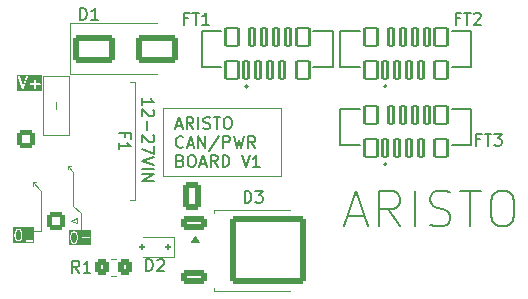
<source format=gto>
G04 #@! TF.GenerationSoftware,KiCad,Pcbnew,8.0.9-8.0.9-0~ubuntu20.04.1*
G04 #@! TF.CreationDate,2025-08-07T15:34:15-05:00*
G04 #@! TF.ProjectId,PLATO_JUNCTION_BOARD,504c4154-4f5f-44a5-954e-4354494f4e5f,rev?*
G04 #@! TF.SameCoordinates,Original*
G04 #@! TF.FileFunction,Legend,Top*
G04 #@! TF.FilePolarity,Positive*
%FSLAX46Y46*%
G04 Gerber Fmt 4.6, Leading zero omitted, Abs format (unit mm)*
G04 Created by KiCad (PCBNEW 8.0.9-8.0.9-0~ubuntu20.04.1) date 2025-08-07 15:34:15*
%MOMM*%
%LPD*%
G01*
G04 APERTURE LIST*
G04 Aperture macros list*
%AMRoundRect*
0 Rectangle with rounded corners*
0 $1 Rounding radius*
0 $2 $3 $4 $5 $6 $7 $8 $9 X,Y pos of 4 corners*
0 Add a 4 corners polygon primitive as box body*
4,1,4,$2,$3,$4,$5,$6,$7,$8,$9,$2,$3,0*
0 Add four circle primitives for the rounded corners*
1,1,$1+$1,$2,$3*
1,1,$1+$1,$4,$5*
1,1,$1+$1,$6,$7*
1,1,$1+$1,$8,$9*
0 Add four rect primitives between the rounded corners*
20,1,$1+$1,$2,$3,$4,$5,0*
20,1,$1+$1,$4,$5,$6,$7,0*
20,1,$1+$1,$6,$7,$8,$9,0*
20,1,$1+$1,$8,$9,$2,$3,0*%
G04 Aperture macros list end*
%ADD10C,0.100000*%
%ADD11C,0.150000*%
%ADD12C,0.200000*%
%ADD13C,0.120000*%
%ADD14C,0.127000*%
%ADD15RoundRect,0.250000X-0.550000X0.550000X-0.550000X-0.550000X0.550000X-0.550000X0.550000X0.550000X0*%
%ADD16C,1.600000*%
%ADD17R,3.810000X4.240000*%
%ADD18RoundRect,0.249997X-2.950003X-2.650003X2.950003X-2.650003X2.950003X2.650003X-2.950003X2.650003X0*%
%ADD19RoundRect,0.250000X-0.850000X-0.350000X0.850000X-0.350000X0.850000X0.350000X-0.850000X0.350000X0*%
%ADD20RoundRect,0.250000X0.350000X0.450000X-0.350000X0.450000X-0.350000X-0.450000X0.350000X-0.450000X0*%
%ADD21RoundRect,0.125000X0.125000X0.125000X-0.125000X0.125000X-0.125000X-0.125000X0.125000X-0.125000X0*%
%ADD22RoundRect,0.102000X0.200000X0.750000X-0.200000X0.750000X-0.200000X-0.750000X0.200000X-0.750000X0*%
%ADD23RoundRect,0.102000X0.550000X0.750000X-0.550000X0.750000X-0.550000X-0.750000X0.550000X-0.750000X0*%
%ADD24RoundRect,0.250000X-1.500000X-0.900000X1.500000X-0.900000X1.500000X0.900000X-1.500000X0.900000X0*%
%ADD25O,1.500000X2.300000*%
%ADD26RoundRect,0.250000X0.500000X0.900000X-0.500000X0.900000X-0.500000X-0.900000X0.500000X-0.900000X0*%
G04 APERTURE END LIST*
D10*
X105600000Y-115800000D02*
X105600000Y-112900000D01*
X102990000Y-104810000D02*
X105190000Y-104810000D01*
X105190000Y-109780000D01*
X102990000Y-109780000D01*
X102990000Y-104810000D01*
X102150000Y-113790000D02*
X102150000Y-114095193D01*
X102860000Y-117900000D02*
X102860000Y-114500000D01*
X102860000Y-114500000D02*
X102150000Y-113790000D01*
X104130000Y-106970000D02*
X104130000Y-107620000D01*
X102150000Y-113790000D02*
X102455193Y-113790000D01*
X102860000Y-117900000D02*
X102200000Y-117900000D01*
X105100000Y-112400000D02*
X105100000Y-112700000D01*
X105100000Y-112400000D02*
X105400000Y-112400000D01*
X105600000Y-112900000D02*
X105100000Y-112400000D01*
X106200000Y-117900000D02*
X106200000Y-116400000D01*
X106200000Y-116400000D02*
X105600000Y-115800000D01*
G36*
X105755218Y-118061130D02*
G01*
X105791362Y-118097275D01*
X105832898Y-118180347D01*
X105877693Y-118359526D01*
X105877693Y-118585311D01*
X105832898Y-118764489D01*
X105791362Y-118847561D01*
X105755216Y-118883708D01*
X105677795Y-118922419D01*
X105606164Y-118922419D01*
X105528741Y-118883708D01*
X105492595Y-118847561D01*
X105451060Y-118764491D01*
X105406265Y-118585311D01*
X105406265Y-118359526D01*
X105451060Y-118180346D01*
X105492595Y-118097274D01*
X105528740Y-118061130D01*
X105606164Y-118022419D01*
X105677795Y-118022419D01*
X105755218Y-118061130D01*
G37*
G36*
X107088804Y-119133530D02*
G01*
X105195154Y-119133530D01*
X105195154Y-118353371D01*
X105306265Y-118353371D01*
X105306265Y-118591466D01*
X105307460Y-118597475D01*
X105307758Y-118603593D01*
X105355377Y-118794069D01*
X105357716Y-118799021D01*
X105359163Y-118804303D01*
X105406781Y-118899540D01*
X105411692Y-118905868D01*
X105416147Y-118912535D01*
X105463766Y-118960155D01*
X105470432Y-118964609D01*
X105476761Y-118969521D01*
X105571999Y-119017140D01*
X105574414Y-119017801D01*
X105575226Y-119018613D01*
X105583087Y-119020176D01*
X105590815Y-119022293D01*
X105591903Y-119021930D01*
X105594360Y-119022419D01*
X105689598Y-119022419D01*
X105692054Y-119021930D01*
X105693143Y-119022293D01*
X105700870Y-119020176D01*
X105708732Y-119018613D01*
X105709543Y-119017801D01*
X105711959Y-119017140D01*
X105807196Y-118969522D01*
X105813523Y-118964611D01*
X105820192Y-118960155D01*
X105867811Y-118912535D01*
X105872264Y-118905869D01*
X105877176Y-118899541D01*
X105924795Y-118804303D01*
X105926241Y-118799021D01*
X105928581Y-118794069D01*
X105976200Y-118603593D01*
X105976497Y-118597475D01*
X105977693Y-118591466D01*
X105977693Y-118353371D01*
X105976497Y-118347361D01*
X105976200Y-118341244D01*
X105928581Y-118150768D01*
X105926241Y-118145815D01*
X105924795Y-118140534D01*
X105877176Y-118045296D01*
X105872264Y-118038967D01*
X105867810Y-118032301D01*
X105820191Y-117984683D01*
X105813529Y-117980231D01*
X105807196Y-117975316D01*
X105801402Y-117972419D01*
X106306265Y-117972419D01*
X106306265Y-118972419D01*
X106310071Y-118991553D01*
X106337131Y-119018613D01*
X106375399Y-119018613D01*
X106402459Y-118991553D01*
X106406265Y-118972419D01*
X106406265Y-118498609D01*
X106877693Y-118498609D01*
X106877693Y-118972419D01*
X106881499Y-118991553D01*
X106908559Y-119018613D01*
X106946827Y-119018613D01*
X106973887Y-118991553D01*
X106977693Y-118972419D01*
X106977693Y-117972419D01*
X106973887Y-117953285D01*
X106946827Y-117926225D01*
X106908559Y-117926225D01*
X106881499Y-117953285D01*
X106877693Y-117972419D01*
X106877693Y-118398609D01*
X106406265Y-118398609D01*
X106406265Y-117972419D01*
X106402459Y-117953285D01*
X106375399Y-117926225D01*
X106337131Y-117926225D01*
X106310071Y-117953285D01*
X106306265Y-117972419D01*
X105801402Y-117972419D01*
X105711959Y-117927698D01*
X105709543Y-117927036D01*
X105708732Y-117926225D01*
X105700870Y-117924661D01*
X105693143Y-117922545D01*
X105692054Y-117922907D01*
X105689598Y-117922419D01*
X105594360Y-117922419D01*
X105591903Y-117922907D01*
X105590815Y-117922545D01*
X105583087Y-117924661D01*
X105575226Y-117926225D01*
X105574414Y-117927036D01*
X105571999Y-117927698D01*
X105476761Y-117975317D01*
X105470432Y-117980228D01*
X105463766Y-117984683D01*
X105416148Y-118032302D01*
X105411696Y-118038963D01*
X105406781Y-118045297D01*
X105359163Y-118140534D01*
X105357716Y-118145815D01*
X105355377Y-118150768D01*
X105307758Y-118341244D01*
X105307460Y-118347361D01*
X105306265Y-118353371D01*
X105195154Y-118353371D01*
X105195154Y-117811308D01*
X107088804Y-117811308D01*
X107088804Y-119133530D01*
G37*
G36*
X101055218Y-117861130D02*
G01*
X101091362Y-117897275D01*
X101132898Y-117980347D01*
X101177693Y-118159526D01*
X101177693Y-118385311D01*
X101132898Y-118564489D01*
X101091362Y-118647561D01*
X101055216Y-118683708D01*
X100977795Y-118722419D01*
X100906164Y-118722419D01*
X100828741Y-118683708D01*
X100792595Y-118647561D01*
X100751060Y-118564491D01*
X100706265Y-118385311D01*
X100706265Y-118159526D01*
X100751060Y-117980346D01*
X100792595Y-117897274D01*
X100828740Y-117861130D01*
X100906164Y-117822419D01*
X100977795Y-117822419D01*
X101055218Y-117861130D01*
G37*
G36*
X102289760Y-118933530D02*
G01*
X100495154Y-118933530D01*
X100495154Y-118153371D01*
X100606265Y-118153371D01*
X100606265Y-118391466D01*
X100607460Y-118397475D01*
X100607758Y-118403593D01*
X100655377Y-118594069D01*
X100657716Y-118599021D01*
X100659163Y-118604303D01*
X100706781Y-118699540D01*
X100711692Y-118705868D01*
X100716147Y-118712535D01*
X100763766Y-118760155D01*
X100770432Y-118764609D01*
X100776761Y-118769521D01*
X100871999Y-118817140D01*
X100874414Y-118817801D01*
X100875226Y-118818613D01*
X100883087Y-118820176D01*
X100890815Y-118822293D01*
X100891903Y-118821930D01*
X100894360Y-118822419D01*
X100989598Y-118822419D01*
X100992054Y-118821930D01*
X100993143Y-118822293D01*
X101000870Y-118820176D01*
X101008732Y-118818613D01*
X101009543Y-118817801D01*
X101011959Y-118817140D01*
X101107196Y-118769522D01*
X101113523Y-118764611D01*
X101120192Y-118760155D01*
X101167811Y-118712535D01*
X101172264Y-118705869D01*
X101177176Y-118699541D01*
X101224795Y-118604303D01*
X101226241Y-118599021D01*
X101228581Y-118594069D01*
X101276200Y-118403593D01*
X101276497Y-118397475D01*
X101277693Y-118391466D01*
X101277693Y-118153371D01*
X101276497Y-118147361D01*
X101276200Y-118141244D01*
X101228581Y-117950768D01*
X101226241Y-117945815D01*
X101224795Y-117940534D01*
X101177176Y-117845296D01*
X101172264Y-117838967D01*
X101167810Y-117832301D01*
X101120191Y-117784683D01*
X101113529Y-117780231D01*
X101107196Y-117775316D01*
X101101402Y-117772419D01*
X101606265Y-117772419D01*
X101606265Y-118772419D01*
X101610071Y-118791553D01*
X101637131Y-118818613D01*
X101656265Y-118822419D01*
X102132455Y-118822419D01*
X102151589Y-118818613D01*
X102178649Y-118791553D01*
X102178649Y-118753285D01*
X102151589Y-118726225D01*
X102132455Y-118722419D01*
X101706265Y-118722419D01*
X101706265Y-117772419D01*
X101702459Y-117753285D01*
X101675399Y-117726225D01*
X101637131Y-117726225D01*
X101610071Y-117753285D01*
X101606265Y-117772419D01*
X101101402Y-117772419D01*
X101011959Y-117727698D01*
X101009543Y-117727036D01*
X101008732Y-117726225D01*
X101000870Y-117724661D01*
X100993143Y-117722545D01*
X100992054Y-117722907D01*
X100989598Y-117722419D01*
X100894360Y-117722419D01*
X100891903Y-117722907D01*
X100890815Y-117722545D01*
X100883087Y-117724661D01*
X100875226Y-117726225D01*
X100874414Y-117727036D01*
X100871999Y-117727698D01*
X100776761Y-117775317D01*
X100770432Y-117780228D01*
X100763766Y-117784683D01*
X100716148Y-117832302D01*
X100711696Y-117838963D01*
X100706781Y-117845297D01*
X100659163Y-117940534D01*
X100657716Y-117945815D01*
X100655377Y-117950768D01*
X100607758Y-118141244D01*
X100607460Y-118147361D01*
X100606265Y-118153371D01*
X100495154Y-118153371D01*
X100495154Y-117611308D01*
X102289760Y-117611308D01*
X102289760Y-118933530D01*
G37*
D11*
X111430180Y-107260588D02*
X111430180Y-106689160D01*
X111430180Y-106974874D02*
X112430180Y-106974874D01*
X112430180Y-106974874D02*
X112287323Y-106879636D01*
X112287323Y-106879636D02*
X112192085Y-106784398D01*
X112192085Y-106784398D02*
X112144466Y-106689160D01*
X112334942Y-107641541D02*
X112382561Y-107689160D01*
X112382561Y-107689160D02*
X112430180Y-107784398D01*
X112430180Y-107784398D02*
X112430180Y-108022493D01*
X112430180Y-108022493D02*
X112382561Y-108117731D01*
X112382561Y-108117731D02*
X112334942Y-108165350D01*
X112334942Y-108165350D02*
X112239704Y-108212969D01*
X112239704Y-108212969D02*
X112144466Y-108212969D01*
X112144466Y-108212969D02*
X112001609Y-108165350D01*
X112001609Y-108165350D02*
X111430180Y-107593922D01*
X111430180Y-107593922D02*
X111430180Y-108212969D01*
X111811133Y-108641541D02*
X111811133Y-109403446D01*
X112334942Y-109832017D02*
X112382561Y-109879636D01*
X112382561Y-109879636D02*
X112430180Y-109974874D01*
X112430180Y-109974874D02*
X112430180Y-110212969D01*
X112430180Y-110212969D02*
X112382561Y-110308207D01*
X112382561Y-110308207D02*
X112334942Y-110355826D01*
X112334942Y-110355826D02*
X112239704Y-110403445D01*
X112239704Y-110403445D02*
X112144466Y-110403445D01*
X112144466Y-110403445D02*
X112001609Y-110355826D01*
X112001609Y-110355826D02*
X111430180Y-109784398D01*
X111430180Y-109784398D02*
X111430180Y-110403445D01*
X112430180Y-110736779D02*
X112430180Y-111403445D01*
X112430180Y-111403445D02*
X111430180Y-110974874D01*
X112430180Y-111641541D02*
X111430180Y-111974874D01*
X111430180Y-111974874D02*
X112430180Y-112308207D01*
X111430180Y-112641541D02*
X112430180Y-112641541D01*
X111430180Y-113117731D02*
X112430180Y-113117731D01*
X112430180Y-113117731D02*
X111430180Y-113689159D01*
X111430180Y-113689159D02*
X112430180Y-113689159D01*
G36*
X102940497Y-106055341D02*
G01*
X100808400Y-106055341D01*
X100808400Y-104879199D01*
X100919511Y-104879199D01*
X100922771Y-104893536D01*
X101256104Y-105893536D01*
X101262098Y-105906961D01*
X101265608Y-105911008D01*
X101268005Y-105915802D01*
X101275113Y-105921967D01*
X101281272Y-105929068D01*
X101286061Y-105931462D01*
X101290112Y-105934976D01*
X101299037Y-105937950D01*
X101307445Y-105942155D01*
X101312789Y-105942534D01*
X101317875Y-105944230D01*
X101327255Y-105943563D01*
X101336635Y-105944230D01*
X101341720Y-105942534D01*
X101347065Y-105942155D01*
X101355475Y-105937949D01*
X101364397Y-105934976D01*
X101368444Y-105931465D01*
X101373238Y-105929069D01*
X101379401Y-105921963D01*
X101386505Y-105915802D01*
X101388900Y-105911010D01*
X101392412Y-105906962D01*
X101398406Y-105893536D01*
X101538173Y-105474234D01*
X101920363Y-105474234D01*
X101920363Y-105503498D01*
X101931562Y-105530534D01*
X101952254Y-105551226D01*
X101979290Y-105562425D01*
X101993922Y-105563866D01*
X102299874Y-105563866D01*
X102299874Y-105869819D01*
X102301315Y-105884451D01*
X102312514Y-105911487D01*
X102333206Y-105932179D01*
X102360242Y-105943378D01*
X102389506Y-105943378D01*
X102416542Y-105932179D01*
X102437234Y-105911487D01*
X102448433Y-105884451D01*
X102449874Y-105869819D01*
X102449874Y-105563866D01*
X102755827Y-105563866D01*
X102770459Y-105562425D01*
X102797495Y-105551226D01*
X102818187Y-105530534D01*
X102829386Y-105503498D01*
X102829386Y-105474234D01*
X102818187Y-105447198D01*
X102797495Y-105426506D01*
X102770459Y-105415307D01*
X102755827Y-105413866D01*
X102449874Y-105413866D01*
X102449874Y-105107914D01*
X102448433Y-105093282D01*
X102437234Y-105066246D01*
X102416542Y-105045554D01*
X102389506Y-105034355D01*
X102360242Y-105034355D01*
X102333206Y-105045554D01*
X102312514Y-105066246D01*
X102301315Y-105093282D01*
X102299874Y-105107914D01*
X102299874Y-105413866D01*
X101993922Y-105413866D01*
X101979290Y-105415307D01*
X101952254Y-105426506D01*
X101931562Y-105447198D01*
X101920363Y-105474234D01*
X101538173Y-105474234D01*
X101731739Y-104893536D01*
X101734999Y-104879200D01*
X101732924Y-104850010D01*
X101719838Y-104823836D01*
X101697730Y-104804662D01*
X101669968Y-104795408D01*
X101640778Y-104797483D01*
X101614605Y-104810570D01*
X101595431Y-104832677D01*
X101589437Y-104846102D01*
X101327255Y-105632648D01*
X101065073Y-104846102D01*
X101059079Y-104832676D01*
X101039905Y-104810569D01*
X101013732Y-104797483D01*
X100984542Y-104795408D01*
X100956779Y-104804662D01*
X100934672Y-104823836D01*
X100921586Y-104850009D01*
X100919511Y-104879199D01*
X100808400Y-104879199D01*
X100808400Y-104684297D01*
X102940497Y-104684297D01*
X102940497Y-106055341D01*
G37*
D12*
X128785714Y-116665314D02*
X130214286Y-116665314D01*
X128500000Y-117522457D02*
X129500000Y-114522457D01*
X129500000Y-114522457D02*
X130500000Y-117522457D01*
X133214286Y-117522457D02*
X132214286Y-116093885D01*
X131500000Y-117522457D02*
X131500000Y-114522457D01*
X131500000Y-114522457D02*
X132642857Y-114522457D01*
X132642857Y-114522457D02*
X132928572Y-114665314D01*
X132928572Y-114665314D02*
X133071429Y-114808171D01*
X133071429Y-114808171D02*
X133214286Y-115093885D01*
X133214286Y-115093885D02*
X133214286Y-115522457D01*
X133214286Y-115522457D02*
X133071429Y-115808171D01*
X133071429Y-115808171D02*
X132928572Y-115951028D01*
X132928572Y-115951028D02*
X132642857Y-116093885D01*
X132642857Y-116093885D02*
X131500000Y-116093885D01*
X134500000Y-117522457D02*
X134500000Y-114522457D01*
X135785714Y-117379600D02*
X136214286Y-117522457D01*
X136214286Y-117522457D02*
X136928571Y-117522457D01*
X136928571Y-117522457D02*
X137214286Y-117379600D01*
X137214286Y-117379600D02*
X137357143Y-117236742D01*
X137357143Y-117236742D02*
X137500000Y-116951028D01*
X137500000Y-116951028D02*
X137500000Y-116665314D01*
X137500000Y-116665314D02*
X137357143Y-116379600D01*
X137357143Y-116379600D02*
X137214286Y-116236742D01*
X137214286Y-116236742D02*
X136928571Y-116093885D01*
X136928571Y-116093885D02*
X136357143Y-115951028D01*
X136357143Y-115951028D02*
X136071428Y-115808171D01*
X136071428Y-115808171D02*
X135928571Y-115665314D01*
X135928571Y-115665314D02*
X135785714Y-115379600D01*
X135785714Y-115379600D02*
X135785714Y-115093885D01*
X135785714Y-115093885D02*
X135928571Y-114808171D01*
X135928571Y-114808171D02*
X136071428Y-114665314D01*
X136071428Y-114665314D02*
X136357143Y-114522457D01*
X136357143Y-114522457D02*
X137071428Y-114522457D01*
X137071428Y-114522457D02*
X137500000Y-114665314D01*
X138357143Y-114522457D02*
X140071429Y-114522457D01*
X139214286Y-117522457D02*
X139214286Y-114522457D01*
X141642857Y-114522457D02*
X142214285Y-114522457D01*
X142214285Y-114522457D02*
X142500000Y-114665314D01*
X142500000Y-114665314D02*
X142785714Y-114951028D01*
X142785714Y-114951028D02*
X142928571Y-115522457D01*
X142928571Y-115522457D02*
X142928571Y-116522457D01*
X142928571Y-116522457D02*
X142785714Y-117093885D01*
X142785714Y-117093885D02*
X142500000Y-117379600D01*
X142500000Y-117379600D02*
X142214285Y-117522457D01*
X142214285Y-117522457D02*
X141642857Y-117522457D01*
X141642857Y-117522457D02*
X141357143Y-117379600D01*
X141357143Y-117379600D02*
X141071428Y-117093885D01*
X141071428Y-117093885D02*
X140928571Y-116522457D01*
X140928571Y-116522457D02*
X140928571Y-115522457D01*
X140928571Y-115522457D02*
X141071428Y-114951028D01*
X141071428Y-114951028D02*
X141357143Y-114665314D01*
X141357143Y-114665314D02*
X141642857Y-114522457D01*
X114272054Y-109001504D02*
X114748244Y-109001504D01*
X114176816Y-109287219D02*
X114510149Y-108287219D01*
X114510149Y-108287219D02*
X114843482Y-109287219D01*
X115748244Y-109287219D02*
X115414911Y-108811028D01*
X115176816Y-109287219D02*
X115176816Y-108287219D01*
X115176816Y-108287219D02*
X115557768Y-108287219D01*
X115557768Y-108287219D02*
X115653006Y-108334838D01*
X115653006Y-108334838D02*
X115700625Y-108382457D01*
X115700625Y-108382457D02*
X115748244Y-108477695D01*
X115748244Y-108477695D02*
X115748244Y-108620552D01*
X115748244Y-108620552D02*
X115700625Y-108715790D01*
X115700625Y-108715790D02*
X115653006Y-108763409D01*
X115653006Y-108763409D02*
X115557768Y-108811028D01*
X115557768Y-108811028D02*
X115176816Y-108811028D01*
X116176816Y-109287219D02*
X116176816Y-108287219D01*
X116605387Y-109239600D02*
X116748244Y-109287219D01*
X116748244Y-109287219D02*
X116986339Y-109287219D01*
X116986339Y-109287219D02*
X117081577Y-109239600D01*
X117081577Y-109239600D02*
X117129196Y-109191980D01*
X117129196Y-109191980D02*
X117176815Y-109096742D01*
X117176815Y-109096742D02*
X117176815Y-109001504D01*
X117176815Y-109001504D02*
X117129196Y-108906266D01*
X117129196Y-108906266D02*
X117081577Y-108858647D01*
X117081577Y-108858647D02*
X116986339Y-108811028D01*
X116986339Y-108811028D02*
X116795863Y-108763409D01*
X116795863Y-108763409D02*
X116700625Y-108715790D01*
X116700625Y-108715790D02*
X116653006Y-108668171D01*
X116653006Y-108668171D02*
X116605387Y-108572933D01*
X116605387Y-108572933D02*
X116605387Y-108477695D01*
X116605387Y-108477695D02*
X116653006Y-108382457D01*
X116653006Y-108382457D02*
X116700625Y-108334838D01*
X116700625Y-108334838D02*
X116795863Y-108287219D01*
X116795863Y-108287219D02*
X117033958Y-108287219D01*
X117033958Y-108287219D02*
X117176815Y-108334838D01*
X117462530Y-108287219D02*
X118033958Y-108287219D01*
X117748244Y-109287219D02*
X117748244Y-108287219D01*
X118557768Y-108287219D02*
X118748244Y-108287219D01*
X118748244Y-108287219D02*
X118843482Y-108334838D01*
X118843482Y-108334838D02*
X118938720Y-108430076D01*
X118938720Y-108430076D02*
X118986339Y-108620552D01*
X118986339Y-108620552D02*
X118986339Y-108953885D01*
X118986339Y-108953885D02*
X118938720Y-109144361D01*
X118938720Y-109144361D02*
X118843482Y-109239600D01*
X118843482Y-109239600D02*
X118748244Y-109287219D01*
X118748244Y-109287219D02*
X118557768Y-109287219D01*
X118557768Y-109287219D02*
X118462530Y-109239600D01*
X118462530Y-109239600D02*
X118367292Y-109144361D01*
X118367292Y-109144361D02*
X118319673Y-108953885D01*
X118319673Y-108953885D02*
X118319673Y-108620552D01*
X118319673Y-108620552D02*
X118367292Y-108430076D01*
X118367292Y-108430076D02*
X118462530Y-108334838D01*
X118462530Y-108334838D02*
X118557768Y-108287219D01*
X114891101Y-110801924D02*
X114843482Y-110849544D01*
X114843482Y-110849544D02*
X114700625Y-110897163D01*
X114700625Y-110897163D02*
X114605387Y-110897163D01*
X114605387Y-110897163D02*
X114462530Y-110849544D01*
X114462530Y-110849544D02*
X114367292Y-110754305D01*
X114367292Y-110754305D02*
X114319673Y-110659067D01*
X114319673Y-110659067D02*
X114272054Y-110468591D01*
X114272054Y-110468591D02*
X114272054Y-110325734D01*
X114272054Y-110325734D02*
X114319673Y-110135258D01*
X114319673Y-110135258D02*
X114367292Y-110040020D01*
X114367292Y-110040020D02*
X114462530Y-109944782D01*
X114462530Y-109944782D02*
X114605387Y-109897163D01*
X114605387Y-109897163D02*
X114700625Y-109897163D01*
X114700625Y-109897163D02*
X114843482Y-109944782D01*
X114843482Y-109944782D02*
X114891101Y-109992401D01*
X115272054Y-110611448D02*
X115748244Y-110611448D01*
X115176816Y-110897163D02*
X115510149Y-109897163D01*
X115510149Y-109897163D02*
X115843482Y-110897163D01*
X116176816Y-110897163D02*
X116176816Y-109897163D01*
X116176816Y-109897163D02*
X116748244Y-110897163D01*
X116748244Y-110897163D02*
X116748244Y-109897163D01*
X117938720Y-109849544D02*
X117081578Y-111135258D01*
X118272054Y-110897163D02*
X118272054Y-109897163D01*
X118272054Y-109897163D02*
X118653006Y-109897163D01*
X118653006Y-109897163D02*
X118748244Y-109944782D01*
X118748244Y-109944782D02*
X118795863Y-109992401D01*
X118795863Y-109992401D02*
X118843482Y-110087639D01*
X118843482Y-110087639D02*
X118843482Y-110230496D01*
X118843482Y-110230496D02*
X118795863Y-110325734D01*
X118795863Y-110325734D02*
X118748244Y-110373353D01*
X118748244Y-110373353D02*
X118653006Y-110420972D01*
X118653006Y-110420972D02*
X118272054Y-110420972D01*
X119176816Y-109897163D02*
X119414911Y-110897163D01*
X119414911Y-110897163D02*
X119605387Y-110182877D01*
X119605387Y-110182877D02*
X119795863Y-110897163D01*
X119795863Y-110897163D02*
X120033959Y-109897163D01*
X120986339Y-110897163D02*
X120653006Y-110420972D01*
X120414911Y-110897163D02*
X120414911Y-109897163D01*
X120414911Y-109897163D02*
X120795863Y-109897163D01*
X120795863Y-109897163D02*
X120891101Y-109944782D01*
X120891101Y-109944782D02*
X120938720Y-109992401D01*
X120938720Y-109992401D02*
X120986339Y-110087639D01*
X120986339Y-110087639D02*
X120986339Y-110230496D01*
X120986339Y-110230496D02*
X120938720Y-110325734D01*
X120938720Y-110325734D02*
X120891101Y-110373353D01*
X120891101Y-110373353D02*
X120795863Y-110420972D01*
X120795863Y-110420972D02*
X120414911Y-110420972D01*
X114653006Y-111983297D02*
X114795863Y-112030916D01*
X114795863Y-112030916D02*
X114843482Y-112078535D01*
X114843482Y-112078535D02*
X114891101Y-112173773D01*
X114891101Y-112173773D02*
X114891101Y-112316630D01*
X114891101Y-112316630D02*
X114843482Y-112411868D01*
X114843482Y-112411868D02*
X114795863Y-112459488D01*
X114795863Y-112459488D02*
X114700625Y-112507107D01*
X114700625Y-112507107D02*
X114319673Y-112507107D01*
X114319673Y-112507107D02*
X114319673Y-111507107D01*
X114319673Y-111507107D02*
X114653006Y-111507107D01*
X114653006Y-111507107D02*
X114748244Y-111554726D01*
X114748244Y-111554726D02*
X114795863Y-111602345D01*
X114795863Y-111602345D02*
X114843482Y-111697583D01*
X114843482Y-111697583D02*
X114843482Y-111792821D01*
X114843482Y-111792821D02*
X114795863Y-111888059D01*
X114795863Y-111888059D02*
X114748244Y-111935678D01*
X114748244Y-111935678D02*
X114653006Y-111983297D01*
X114653006Y-111983297D02*
X114319673Y-111983297D01*
X115510149Y-111507107D02*
X115700625Y-111507107D01*
X115700625Y-111507107D02*
X115795863Y-111554726D01*
X115795863Y-111554726D02*
X115891101Y-111649964D01*
X115891101Y-111649964D02*
X115938720Y-111840440D01*
X115938720Y-111840440D02*
X115938720Y-112173773D01*
X115938720Y-112173773D02*
X115891101Y-112364249D01*
X115891101Y-112364249D02*
X115795863Y-112459488D01*
X115795863Y-112459488D02*
X115700625Y-112507107D01*
X115700625Y-112507107D02*
X115510149Y-112507107D01*
X115510149Y-112507107D02*
X115414911Y-112459488D01*
X115414911Y-112459488D02*
X115319673Y-112364249D01*
X115319673Y-112364249D02*
X115272054Y-112173773D01*
X115272054Y-112173773D02*
X115272054Y-111840440D01*
X115272054Y-111840440D02*
X115319673Y-111649964D01*
X115319673Y-111649964D02*
X115414911Y-111554726D01*
X115414911Y-111554726D02*
X115510149Y-111507107D01*
X116319673Y-112221392D02*
X116795863Y-112221392D01*
X116224435Y-112507107D02*
X116557768Y-111507107D01*
X116557768Y-111507107D02*
X116891101Y-112507107D01*
X117795863Y-112507107D02*
X117462530Y-112030916D01*
X117224435Y-112507107D02*
X117224435Y-111507107D01*
X117224435Y-111507107D02*
X117605387Y-111507107D01*
X117605387Y-111507107D02*
X117700625Y-111554726D01*
X117700625Y-111554726D02*
X117748244Y-111602345D01*
X117748244Y-111602345D02*
X117795863Y-111697583D01*
X117795863Y-111697583D02*
X117795863Y-111840440D01*
X117795863Y-111840440D02*
X117748244Y-111935678D01*
X117748244Y-111935678D02*
X117700625Y-111983297D01*
X117700625Y-111983297D02*
X117605387Y-112030916D01*
X117605387Y-112030916D02*
X117224435Y-112030916D01*
X118224435Y-112507107D02*
X118224435Y-111507107D01*
X118224435Y-111507107D02*
X118462530Y-111507107D01*
X118462530Y-111507107D02*
X118605387Y-111554726D01*
X118605387Y-111554726D02*
X118700625Y-111649964D01*
X118700625Y-111649964D02*
X118748244Y-111745202D01*
X118748244Y-111745202D02*
X118795863Y-111935678D01*
X118795863Y-111935678D02*
X118795863Y-112078535D01*
X118795863Y-112078535D02*
X118748244Y-112269011D01*
X118748244Y-112269011D02*
X118700625Y-112364249D01*
X118700625Y-112364249D02*
X118605387Y-112459488D01*
X118605387Y-112459488D02*
X118462530Y-112507107D01*
X118462530Y-112507107D02*
X118224435Y-112507107D01*
X119843483Y-111507107D02*
X120176816Y-112507107D01*
X120176816Y-112507107D02*
X120510149Y-111507107D01*
X121367292Y-112507107D02*
X120795864Y-112507107D01*
X121081578Y-112507107D02*
X121081578Y-111507107D01*
X121081578Y-111507107D02*
X120986340Y-111649964D01*
X120986340Y-111649964D02*
X120891102Y-111745202D01*
X120891102Y-111745202D02*
X120795864Y-111792821D01*
D10*
X113200000Y-107500000D02*
X123200000Y-107500000D01*
X123200000Y-113300000D01*
X113200000Y-113300000D01*
X113200000Y-107500000D01*
D11*
X109968990Y-109966666D02*
X109968990Y-109633333D01*
X109445180Y-109633333D02*
X110445180Y-109633333D01*
X110445180Y-109633333D02*
X110445180Y-110109523D01*
X109445180Y-111014285D02*
X109445180Y-110442857D01*
X109445180Y-110728571D02*
X110445180Y-110728571D01*
X110445180Y-110728571D02*
X110302323Y-110633333D01*
X110302323Y-110633333D02*
X110207085Y-110538095D01*
X110207085Y-110538095D02*
X110159466Y-110442857D01*
X120101905Y-115527318D02*
X120101905Y-114527318D01*
X120101905Y-114527318D02*
X120340000Y-114527318D01*
X120340000Y-114527318D02*
X120482857Y-114574937D01*
X120482857Y-114574937D02*
X120578095Y-114670175D01*
X120578095Y-114670175D02*
X120625714Y-114765413D01*
X120625714Y-114765413D02*
X120673333Y-114955889D01*
X120673333Y-114955889D02*
X120673333Y-115098746D01*
X120673333Y-115098746D02*
X120625714Y-115289222D01*
X120625714Y-115289222D02*
X120578095Y-115384460D01*
X120578095Y-115384460D02*
X120482857Y-115479699D01*
X120482857Y-115479699D02*
X120340000Y-115527318D01*
X120340000Y-115527318D02*
X120101905Y-115527318D01*
X121006667Y-114527318D02*
X121625714Y-114527318D01*
X121625714Y-114527318D02*
X121292381Y-114908270D01*
X121292381Y-114908270D02*
X121435238Y-114908270D01*
X121435238Y-114908270D02*
X121530476Y-114955889D01*
X121530476Y-114955889D02*
X121578095Y-115003508D01*
X121578095Y-115003508D02*
X121625714Y-115098746D01*
X121625714Y-115098746D02*
X121625714Y-115336841D01*
X121625714Y-115336841D02*
X121578095Y-115432079D01*
X121578095Y-115432079D02*
X121530476Y-115479699D01*
X121530476Y-115479699D02*
X121435238Y-115527318D01*
X121435238Y-115527318D02*
X121149524Y-115527318D01*
X121149524Y-115527318D02*
X121054286Y-115479699D01*
X121054286Y-115479699D02*
X121006667Y-115432079D01*
X106083333Y-121454819D02*
X105750000Y-120978628D01*
X105511905Y-121454819D02*
X105511905Y-120454819D01*
X105511905Y-120454819D02*
X105892857Y-120454819D01*
X105892857Y-120454819D02*
X105988095Y-120502438D01*
X105988095Y-120502438D02*
X106035714Y-120550057D01*
X106035714Y-120550057D02*
X106083333Y-120645295D01*
X106083333Y-120645295D02*
X106083333Y-120788152D01*
X106083333Y-120788152D02*
X106035714Y-120883390D01*
X106035714Y-120883390D02*
X105988095Y-120931009D01*
X105988095Y-120931009D02*
X105892857Y-120978628D01*
X105892857Y-120978628D02*
X105511905Y-120978628D01*
X107035714Y-121454819D02*
X106464286Y-121454819D01*
X106750000Y-121454819D02*
X106750000Y-120454819D01*
X106750000Y-120454819D02*
X106654762Y-120597676D01*
X106654762Y-120597676D02*
X106559524Y-120692914D01*
X106559524Y-120692914D02*
X106464286Y-120740533D01*
X111761905Y-121304819D02*
X111761905Y-120304819D01*
X111761905Y-120304819D02*
X112000000Y-120304819D01*
X112000000Y-120304819D02*
X112142857Y-120352438D01*
X112142857Y-120352438D02*
X112238095Y-120447676D01*
X112238095Y-120447676D02*
X112285714Y-120542914D01*
X112285714Y-120542914D02*
X112333333Y-120733390D01*
X112333333Y-120733390D02*
X112333333Y-120876247D01*
X112333333Y-120876247D02*
X112285714Y-121066723D01*
X112285714Y-121066723D02*
X112238095Y-121161961D01*
X112238095Y-121161961D02*
X112142857Y-121257200D01*
X112142857Y-121257200D02*
X112000000Y-121304819D01*
X112000000Y-121304819D02*
X111761905Y-121304819D01*
X112714286Y-120400057D02*
X112761905Y-120352438D01*
X112761905Y-120352438D02*
X112857143Y-120304819D01*
X112857143Y-120304819D02*
X113095238Y-120304819D01*
X113095238Y-120304819D02*
X113190476Y-120352438D01*
X113190476Y-120352438D02*
X113238095Y-120400057D01*
X113238095Y-120400057D02*
X113285714Y-120495295D01*
X113285714Y-120495295D02*
X113285714Y-120590533D01*
X113285714Y-120590533D02*
X113238095Y-120733390D01*
X113238095Y-120733390D02*
X112666667Y-121304819D01*
X112666667Y-121304819D02*
X113285714Y-121304819D01*
X140035714Y-110181009D02*
X139702381Y-110181009D01*
X139702381Y-110704819D02*
X139702381Y-109704819D01*
X139702381Y-109704819D02*
X140178571Y-109704819D01*
X140416667Y-109704819D02*
X140988095Y-109704819D01*
X140702381Y-110704819D02*
X140702381Y-109704819D01*
X141226191Y-109704819D02*
X141845238Y-109704819D01*
X141845238Y-109704819D02*
X141511905Y-110085771D01*
X141511905Y-110085771D02*
X141654762Y-110085771D01*
X141654762Y-110085771D02*
X141750000Y-110133390D01*
X141750000Y-110133390D02*
X141797619Y-110181009D01*
X141797619Y-110181009D02*
X141845238Y-110276247D01*
X141845238Y-110276247D02*
X141845238Y-110514342D01*
X141845238Y-110514342D02*
X141797619Y-110609580D01*
X141797619Y-110609580D02*
X141750000Y-110657200D01*
X141750000Y-110657200D02*
X141654762Y-110704819D01*
X141654762Y-110704819D02*
X141369048Y-110704819D01*
X141369048Y-110704819D02*
X141273810Y-110657200D01*
X141273810Y-110657200D02*
X141226191Y-110609580D01*
X138285714Y-99931009D02*
X137952381Y-99931009D01*
X137952381Y-100454819D02*
X137952381Y-99454819D01*
X137952381Y-99454819D02*
X138428571Y-99454819D01*
X138666667Y-99454819D02*
X139238095Y-99454819D01*
X138952381Y-100454819D02*
X138952381Y-99454819D01*
X139523810Y-99550057D02*
X139571429Y-99502438D01*
X139571429Y-99502438D02*
X139666667Y-99454819D01*
X139666667Y-99454819D02*
X139904762Y-99454819D01*
X139904762Y-99454819D02*
X140000000Y-99502438D01*
X140000000Y-99502438D02*
X140047619Y-99550057D01*
X140047619Y-99550057D02*
X140095238Y-99645295D01*
X140095238Y-99645295D02*
X140095238Y-99740533D01*
X140095238Y-99740533D02*
X140047619Y-99883390D01*
X140047619Y-99883390D02*
X139476191Y-100454819D01*
X139476191Y-100454819D02*
X140095238Y-100454819D01*
X115285714Y-99931009D02*
X114952381Y-99931009D01*
X114952381Y-100454819D02*
X114952381Y-99454819D01*
X114952381Y-99454819D02*
X115428571Y-99454819D01*
X115666667Y-99454819D02*
X116238095Y-99454819D01*
X115952381Y-100454819D02*
X115952381Y-99454819D01*
X117095238Y-100454819D02*
X116523810Y-100454819D01*
X116809524Y-100454819D02*
X116809524Y-99454819D01*
X116809524Y-99454819D02*
X116714286Y-99597676D01*
X116714286Y-99597676D02*
X116619048Y-99692914D01*
X116619048Y-99692914D02*
X116523810Y-99740533D01*
X106161905Y-100054819D02*
X106161905Y-99054819D01*
X106161905Y-99054819D02*
X106400000Y-99054819D01*
X106400000Y-99054819D02*
X106542857Y-99102438D01*
X106542857Y-99102438D02*
X106638095Y-99197676D01*
X106638095Y-99197676D02*
X106685714Y-99292914D01*
X106685714Y-99292914D02*
X106733333Y-99483390D01*
X106733333Y-99483390D02*
X106733333Y-99626247D01*
X106733333Y-99626247D02*
X106685714Y-99816723D01*
X106685714Y-99816723D02*
X106638095Y-99911961D01*
X106638095Y-99911961D02*
X106542857Y-100007200D01*
X106542857Y-100007200D02*
X106400000Y-100054819D01*
X106400000Y-100054819D02*
X106161905Y-100054819D01*
X107685714Y-100054819D02*
X107114286Y-100054819D01*
X107400000Y-100054819D02*
X107400000Y-99054819D01*
X107400000Y-99054819D02*
X107304762Y-99197676D01*
X107304762Y-99197676D02*
X107209524Y-99292914D01*
X107209524Y-99292914D02*
X107114286Y-99340533D01*
D13*
X105431656Y-117040001D02*
X105864669Y-116790001D01*
X105864669Y-116790001D02*
X105864669Y-117290001D01*
X105864669Y-117290001D02*
X105431656Y-117040001D01*
X110825000Y-105325000D02*
X110365000Y-105325000D01*
X110825000Y-105325000D02*
X110825000Y-115275000D01*
X110825000Y-115275000D02*
X110365000Y-115275000D01*
X117530000Y-116122500D02*
X117530000Y-116392500D01*
X117530000Y-123022500D02*
X117530000Y-122752500D01*
X123950000Y-116122501D02*
X117530000Y-116122500D01*
X123950000Y-123022499D02*
X117530000Y-123022500D01*
X116270001Y-118822500D02*
X115590000Y-118822500D01*
X115930001Y-118352500D01*
X116270001Y-118822500D01*
G36*
X116270001Y-118822500D02*
G01*
X115590000Y-118822500D01*
X115930001Y-118352500D01*
X116270001Y-118822500D01*
G37*
X109227064Y-120265000D02*
X108772936Y-120265000D01*
X109227064Y-121735000D02*
X108772936Y-121735000D01*
X114110000Y-118400000D02*
X111450000Y-118400000D01*
X114110000Y-120100000D02*
X111450000Y-120100000D01*
X114110000Y-120100000D02*
X114110000Y-118400000D01*
D14*
X128199999Y-107585000D02*
X128199999Y-110675000D01*
X128199999Y-110675000D02*
X129880000Y-110675000D01*
X129880000Y-107585000D02*
X128199999Y-107585000D01*
X137620000Y-110675000D02*
X139300001Y-110675000D01*
X139300001Y-107585000D02*
X137620000Y-107585000D01*
X139300001Y-110675000D02*
X139300001Y-107585000D01*
D12*
X132100000Y-112279999D02*
G75*
G02*
X131900000Y-112279999I-100000J0D01*
G01*
X131900000Y-112279999D02*
G75*
G02*
X132100000Y-112279999I100000J0D01*
G01*
D14*
X128200000Y-100985000D02*
X128200000Y-104075000D01*
X128200000Y-104075000D02*
X129880000Y-104075000D01*
X129880000Y-100985000D02*
X128200000Y-100985000D01*
X137620000Y-104075000D02*
X139300000Y-104075000D01*
X139300000Y-100985000D02*
X137620000Y-100985000D01*
X139300000Y-104075000D02*
X139300000Y-100985000D01*
D12*
X132100000Y-105680000D02*
G75*
G02*
X131900000Y-105680000I-100000J0D01*
G01*
X131900000Y-105680000D02*
G75*
G02*
X132100000Y-105680000I100000J0D01*
G01*
D14*
X116450000Y-100985000D02*
X116450000Y-104075000D01*
X116450000Y-104075000D02*
X118130000Y-104075000D01*
X118130000Y-100985000D02*
X116450000Y-100985000D01*
X125870000Y-104075000D02*
X127550000Y-104075000D01*
X127550000Y-100985000D02*
X125870000Y-100985000D01*
X127550000Y-104075000D02*
X127550000Y-100985000D01*
D12*
X120350000Y-105680000D02*
G75*
G02*
X120150000Y-105680000I-100000J0D01*
G01*
X120150000Y-105680000D02*
G75*
G02*
X120350000Y-105680000I100000J0D01*
G01*
D13*
X105290000Y-100350000D02*
X105290000Y-104650000D01*
X105290000Y-100350000D02*
X112700000Y-100350000D01*
X105290000Y-104650000D02*
X112700000Y-104650000D01*
%LPC*%
D15*
X104110331Y-117040001D03*
D16*
X104110331Y-114270001D03*
X104110331Y-111500000D03*
X104110331Y-108730001D03*
X104110331Y-105960001D03*
X101570331Y-115655001D03*
X101570331Y-112885001D03*
D15*
X101570331Y-110115001D03*
D16*
X101570331Y-107345001D03*
D17*
X108200000Y-107115000D03*
X108200000Y-113485000D03*
D18*
X122100001Y-119572500D03*
D19*
X115800000Y-121852500D03*
X115800000Y-117292500D03*
D20*
X110000000Y-121000000D03*
X108000000Y-121000000D03*
D21*
X113599999Y-119250000D03*
X111400001Y-119250000D03*
D22*
X132000000Y-110900000D03*
X132500001Y-108100000D03*
X133000000Y-110900000D03*
X133500000Y-108100000D03*
X134000000Y-110900000D03*
X134500000Y-108100000D03*
X134999999Y-110900000D03*
X135500000Y-108100000D03*
D23*
X130750000Y-110900000D03*
X130750000Y-108100000D03*
X136750000Y-110900000D03*
X136750000Y-108100000D03*
D22*
X132000000Y-104300000D03*
X132500000Y-101500000D03*
X133000000Y-104300000D03*
X133500000Y-101500000D03*
X134000000Y-104300000D03*
X134500000Y-101500000D03*
X135000000Y-104300000D03*
X135500000Y-101500000D03*
D23*
X130750000Y-104300000D03*
X130750000Y-101500000D03*
X136750000Y-104300000D03*
X136750000Y-101500000D03*
D22*
X120250000Y-104300000D03*
X120750000Y-101500000D03*
X121250000Y-104300000D03*
X121750000Y-101500000D03*
X122250000Y-104300000D03*
X122750000Y-101500000D03*
X123250000Y-104300000D03*
X123750000Y-101500000D03*
D23*
X119000000Y-104300000D03*
X119000000Y-101500000D03*
X125000000Y-104300000D03*
X125000000Y-101500000D03*
D24*
X107300000Y-102500000D03*
X112700000Y-102500000D03*
D25*
X118197000Y-114957500D03*
D26*
X115657000Y-114957500D03*
D25*
X113117001Y-114957500D03*
%LPD*%
M02*

</source>
